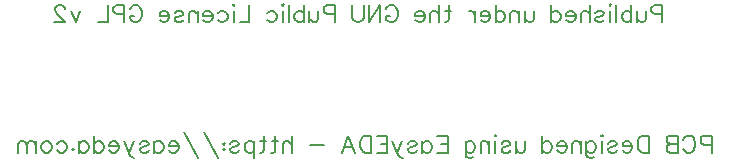
<source format=gbo>
G04 ---------------------------- Layer name :BOTTOM SILK LAYER*
G04 EasyEDA v5.3.14, Thu, 29 Mar 2018 20:23:58 GMT*
G04 Gerber Generator version 0.2*
G04 Scale: 100 percent, Rotated: No, Reflected: No *
G04 Dimensions in millimeters *
G04 leading zeros omitted , absolute positions ,3 integer and 3 decimal *
%FSLAX33Y33*%
%MOMM*%
G90*
G71D02*

%ADD20C,0.150114*%

%LPD*%
G54D20*
G01X61100Y29631D02*
G01X61100Y28200D01*
G01X61100Y29631D02*
G01X60486Y29631D01*
G01X60282Y29563D01*
G01X60213Y29495D01*
G01X60145Y29359D01*
G01X60145Y29154D01*
G01X60213Y29018D01*
G01X60282Y28950D01*
G01X60486Y28881D01*
G01X61100Y28881D01*
G01X59695Y29154D02*
G01X59695Y28472D01*
G01X59627Y28268D01*
G01X59491Y28200D01*
G01X59286Y28200D01*
G01X59150Y28268D01*
G01X58945Y28472D01*
G01X58945Y29154D02*
G01X58945Y28200D01*
G01X58495Y29631D02*
G01X58495Y28200D01*
G01X58495Y28950D02*
G01X58359Y29086D01*
G01X58222Y29154D01*
G01X58018Y29154D01*
G01X57882Y29086D01*
G01X57745Y28950D01*
G01X57677Y28745D01*
G01X57677Y28609D01*
G01X57745Y28404D01*
G01X57882Y28268D01*
G01X58018Y28200D01*
G01X58222Y28200D01*
G01X58359Y28268D01*
G01X58495Y28404D01*
G01X57227Y29631D02*
G01X57227Y28200D01*
G01X56777Y29631D02*
G01X56709Y29563D01*
G01X56641Y29631D01*
G01X56709Y29700D01*
G01X56777Y29631D01*
G01X56709Y29154D02*
G01X56709Y28200D01*
G01X55441Y28950D02*
G01X55509Y29086D01*
G01X55713Y29154D01*
G01X55918Y29154D01*
G01X56122Y29086D01*
G01X56191Y28950D01*
G01X56122Y28813D01*
G01X55986Y28745D01*
G01X55645Y28677D01*
G01X55509Y28609D01*
G01X55441Y28472D01*
G01X55441Y28404D01*
G01X55509Y28268D01*
G01X55713Y28200D01*
G01X55918Y28200D01*
G01X56122Y28268D01*
G01X56191Y28404D01*
G01X54991Y29631D02*
G01X54991Y28200D01*
G01X54991Y28881D02*
G01X54786Y29086D01*
G01X54650Y29154D01*
G01X54445Y29154D01*
G01X54309Y29086D01*
G01X54241Y28881D01*
G01X54241Y28200D01*
G01X53791Y28745D02*
G01X52972Y28745D01*
G01X52972Y28881D01*
G01X53041Y29018D01*
G01X53109Y29086D01*
G01X53245Y29154D01*
G01X53450Y29154D01*
G01X53586Y29086D01*
G01X53723Y28950D01*
G01X53791Y28745D01*
G01X53791Y28609D01*
G01X53723Y28404D01*
G01X53586Y28268D01*
G01X53450Y28200D01*
G01X53245Y28200D01*
G01X53109Y28268D01*
G01X52972Y28404D01*
G01X51704Y29631D02*
G01X51704Y28200D01*
G01X51704Y28950D02*
G01X51841Y29086D01*
G01X51977Y29154D01*
G01X52182Y29154D01*
G01X52318Y29086D01*
G01X52454Y28950D01*
G01X52522Y28745D01*
G01X52522Y28609D01*
G01X52454Y28404D01*
G01X52318Y28268D01*
G01X52182Y28200D01*
G01X51977Y28200D01*
G01X51841Y28268D01*
G01X51704Y28404D01*
G01X50204Y29154D02*
G01X50204Y28472D01*
G01X50136Y28268D01*
G01X50000Y28200D01*
G01X49795Y28200D01*
G01X49659Y28268D01*
G01X49454Y28472D01*
G01X49454Y29154D02*
G01X49454Y28200D01*
G01X49004Y29154D02*
G01X49004Y28200D01*
G01X49004Y28881D02*
G01X48800Y29086D01*
G01X48663Y29154D01*
G01X48459Y29154D01*
G01X48322Y29086D01*
G01X48254Y28881D01*
G01X48254Y28200D01*
G01X46986Y29631D02*
G01X46986Y28200D01*
G01X46986Y28950D02*
G01X47122Y29086D01*
G01X47259Y29154D01*
G01X47463Y29154D01*
G01X47600Y29086D01*
G01X47736Y28950D01*
G01X47804Y28745D01*
G01X47804Y28609D01*
G01X47736Y28404D01*
G01X47600Y28268D01*
G01X47463Y28200D01*
G01X47259Y28200D01*
G01X47122Y28268D01*
G01X46986Y28404D01*
G01X46536Y28745D02*
G01X45718Y28745D01*
G01X45718Y28881D01*
G01X45786Y29018D01*
G01X45854Y29086D01*
G01X45991Y29154D01*
G01X46195Y29154D01*
G01X46332Y29086D01*
G01X46468Y28950D01*
G01X46536Y28745D01*
G01X46536Y28609D01*
G01X46468Y28404D01*
G01X46332Y28268D01*
G01X46195Y28200D01*
G01X45991Y28200D01*
G01X45854Y28268D01*
G01X45718Y28404D01*
G01X45268Y29154D02*
G01X45268Y28200D01*
G01X45268Y28745D02*
G01X45200Y28950D01*
G01X45063Y29086D01*
G01X44927Y29154D01*
G01X44723Y29154D01*
G01X43018Y29631D02*
G01X43018Y28472D01*
G01X42950Y28268D01*
G01X42813Y28200D01*
G01X42677Y28200D01*
G01X43222Y29154D02*
G01X42745Y29154D01*
G01X42227Y29631D02*
G01X42227Y28200D01*
G01X42227Y28881D02*
G01X42023Y29086D01*
G01X41886Y29154D01*
G01X41682Y29154D01*
G01X41545Y29086D01*
G01X41477Y28881D01*
G01X41477Y28200D01*
G01X41027Y28745D02*
G01X40209Y28745D01*
G01X40209Y28881D01*
G01X40277Y29018D01*
G01X40345Y29086D01*
G01X40482Y29154D01*
G01X40686Y29154D01*
G01X40822Y29086D01*
G01X40959Y28950D01*
G01X41027Y28745D01*
G01X41027Y28609D01*
G01X40959Y28404D01*
G01X40822Y28268D01*
G01X40686Y28200D01*
G01X40482Y28200D01*
G01X40345Y28268D01*
G01X40209Y28404D01*
G01X37686Y29291D02*
G01X37754Y29427D01*
G01X37891Y29563D01*
G01X38027Y29631D01*
G01X38300Y29631D01*
G01X38436Y29563D01*
G01X38572Y29427D01*
G01X38641Y29291D01*
G01X38709Y29086D01*
G01X38709Y28745D01*
G01X38641Y28540D01*
G01X38572Y28404D01*
G01X38436Y28268D01*
G01X38300Y28200D01*
G01X38027Y28200D01*
G01X37891Y28268D01*
G01X37754Y28404D01*
G01X37686Y28540D01*
G01X37686Y28745D01*
G01X38027Y28745D02*
G01X37686Y28745D01*
G01X37236Y29631D02*
G01X37236Y28200D01*
G01X37236Y29631D02*
G01X36282Y28200D01*
G01X36282Y29631D02*
G01X36282Y28200D01*
G01X35832Y29631D02*
G01X35832Y28609D01*
G01X35763Y28404D01*
G01X35627Y28268D01*
G01X35423Y28200D01*
G01X35286Y28200D01*
G01X35081Y28268D01*
G01X34945Y28404D01*
G01X34877Y28609D01*
G01X34877Y29631D01*
G01X33377Y29631D02*
G01X33377Y28200D01*
G01X33377Y29631D02*
G01X32763Y29631D01*
G01X32559Y29563D01*
G01X32491Y29495D01*
G01X32423Y29359D01*
G01X32423Y29154D01*
G01X32491Y29018D01*
G01X32559Y28950D01*
G01X32763Y28881D01*
G01X33377Y28881D01*
G01X31973Y29154D02*
G01X31973Y28472D01*
G01X31904Y28268D01*
G01X31768Y28200D01*
G01X31563Y28200D01*
G01X31427Y28268D01*
G01X31222Y28472D01*
G01X31222Y29154D02*
G01X31222Y28200D01*
G01X30773Y29631D02*
G01X30773Y28200D01*
G01X30773Y28950D02*
G01X30636Y29086D01*
G01X30500Y29154D01*
G01X30295Y29154D01*
G01X30159Y29086D01*
G01X30023Y28950D01*
G01X29954Y28745D01*
G01X29954Y28609D01*
G01X30023Y28404D01*
G01X30159Y28268D01*
G01X30295Y28200D01*
G01X30500Y28200D01*
G01X30636Y28268D01*
G01X30773Y28404D01*
G01X29504Y29631D02*
G01X29504Y28200D01*
G01X29054Y29631D02*
G01X28986Y29563D01*
G01X28918Y29631D01*
G01X28986Y29700D01*
G01X29054Y29631D01*
G01X28986Y29154D02*
G01X28986Y28200D01*
G01X27650Y28950D02*
G01X27786Y29086D01*
G01X27922Y29154D01*
G01X28127Y29154D01*
G01X28263Y29086D01*
G01X28400Y28950D01*
G01X28468Y28745D01*
G01X28468Y28609D01*
G01X28400Y28404D01*
G01X28263Y28268D01*
G01X28127Y28200D01*
G01X27922Y28200D01*
G01X27786Y28268D01*
G01X27650Y28404D01*
G01X26150Y29631D02*
G01X26150Y28200D01*
G01X26150Y28200D02*
G01X25332Y28200D01*
G01X24882Y29631D02*
G01X24814Y29563D01*
G01X24745Y29631D01*
G01X24814Y29700D01*
G01X24882Y29631D01*
G01X24814Y29154D02*
G01X24814Y28200D01*
G01X23477Y28950D02*
G01X23613Y29086D01*
G01X23750Y29154D01*
G01X23954Y29154D01*
G01X24091Y29086D01*
G01X24227Y28950D01*
G01X24295Y28745D01*
G01X24295Y28609D01*
G01X24227Y28404D01*
G01X24091Y28268D01*
G01X23954Y28200D01*
G01X23750Y28200D01*
G01X23613Y28268D01*
G01X23477Y28404D01*
G01X23027Y28745D02*
G01X22209Y28745D01*
G01X22209Y28881D01*
G01X22277Y29018D01*
G01X22345Y29086D01*
G01X22482Y29154D01*
G01X22686Y29154D01*
G01X22822Y29086D01*
G01X22959Y28950D01*
G01X23027Y28745D01*
G01X23027Y28609D01*
G01X22959Y28404D01*
G01X22822Y28268D01*
G01X22686Y28200D01*
G01X22482Y28200D01*
G01X22345Y28268D01*
G01X22209Y28404D01*
G01X21759Y29154D02*
G01X21759Y28200D01*
G01X21759Y28881D02*
G01X21554Y29086D01*
G01X21418Y29154D01*
G01X21213Y29154D01*
G01X21077Y29086D01*
G01X21009Y28881D01*
G01X21009Y28200D01*
G01X19809Y28950D02*
G01X19877Y29086D01*
G01X20082Y29154D01*
G01X20286Y29154D01*
G01X20491Y29086D01*
G01X20559Y28950D01*
G01X20491Y28813D01*
G01X20354Y28745D01*
G01X20013Y28677D01*
G01X19877Y28609D01*
G01X19809Y28472D01*
G01X19809Y28404D01*
G01X19877Y28268D01*
G01X20082Y28200D01*
G01X20286Y28200D01*
G01X20491Y28268D01*
G01X20559Y28404D01*
G01X19359Y28745D02*
G01X18541Y28745D01*
G01X18541Y28881D01*
G01X18609Y29018D01*
G01X18677Y29086D01*
G01X18814Y29154D01*
G01X19018Y29154D01*
G01X19154Y29086D01*
G01X19291Y28950D01*
G01X19359Y28745D01*
G01X19359Y28609D01*
G01X19291Y28404D01*
G01X19154Y28268D01*
G01X19018Y28200D01*
G01X18814Y28200D01*
G01X18677Y28268D01*
G01X18541Y28404D01*
G01X16018Y29291D02*
G01X16086Y29427D01*
G01X16222Y29563D01*
G01X16359Y29631D01*
G01X16632Y29631D01*
G01X16768Y29563D01*
G01X16904Y29427D01*
G01X16973Y29291D01*
G01X17041Y29086D01*
G01X17041Y28745D01*
G01X16973Y28540D01*
G01X16904Y28404D01*
G01X16768Y28268D01*
G01X16632Y28200D01*
G01X16359Y28200D01*
G01X16222Y28268D01*
G01X16086Y28404D01*
G01X16018Y28540D01*
G01X16018Y28745D01*
G01X16359Y28745D02*
G01X16018Y28745D01*
G01X15568Y29631D02*
G01X15568Y28200D01*
G01X15568Y29631D02*
G01X14954Y29631D01*
G01X14750Y29563D01*
G01X14682Y29495D01*
G01X14613Y29359D01*
G01X14613Y29154D01*
G01X14682Y29018D01*
G01X14750Y28950D01*
G01X14954Y28881D01*
G01X15568Y28881D01*
G01X14164Y29631D02*
G01X14164Y28200D01*
G01X14164Y28200D02*
G01X13345Y28200D01*
G01X11845Y29154D02*
G01X11436Y28200D01*
G01X11027Y29154D02*
G01X11436Y28200D01*
G01X10509Y29291D02*
G01X10509Y29359D01*
G01X10441Y29495D01*
G01X10373Y29563D01*
G01X10236Y29631D01*
G01X9963Y29631D01*
G01X9827Y29563D01*
G01X9759Y29495D01*
G01X9691Y29359D01*
G01X9691Y29222D01*
G01X9759Y29086D01*
G01X9895Y28881D01*
G01X10577Y28200D01*
G01X9623Y28200D01*
G01X65298Y18588D02*
G01X65298Y17156D01*
G01X65298Y18588D02*
G01X64684Y18588D01*
G01X64479Y18519D01*
G01X64411Y18451D01*
G01X64343Y18315D01*
G01X64343Y18110D01*
G01X64411Y17974D01*
G01X64479Y17906D01*
G01X64684Y17838D01*
G01X65298Y17838D01*
G01X62870Y18247D02*
G01X62939Y18383D01*
G01X63075Y18519D01*
G01X63211Y18588D01*
G01X63484Y18588D01*
G01X63620Y18519D01*
G01X63757Y18383D01*
G01X63825Y18247D01*
G01X63893Y18042D01*
G01X63893Y17701D01*
G01X63825Y17497D01*
G01X63757Y17360D01*
G01X63620Y17224D01*
G01X63484Y17156D01*
G01X63211Y17156D01*
G01X63075Y17224D01*
G01X62939Y17360D01*
G01X62870Y17497D01*
G01X62420Y18588D02*
G01X62420Y17156D01*
G01X62420Y18588D02*
G01X61807Y18588D01*
G01X61602Y18519D01*
G01X61534Y18451D01*
G01X61466Y18315D01*
G01X61466Y18179D01*
G01X61534Y18042D01*
G01X61602Y17974D01*
G01X61807Y17906D01*
G01X62420Y17906D02*
G01X61807Y17906D01*
G01X61602Y17838D01*
G01X61534Y17769D01*
G01X61466Y17633D01*
G01X61466Y17429D01*
G01X61534Y17292D01*
G01X61602Y17224D01*
G01X61807Y17156D01*
G01X62420Y17156D01*
G01X59966Y18588D02*
G01X59966Y17156D01*
G01X59966Y18588D02*
G01X59489Y18588D01*
G01X59284Y18519D01*
G01X59148Y18383D01*
G01X59079Y18247D01*
G01X59011Y18042D01*
G01X59011Y17701D01*
G01X59079Y17497D01*
G01X59148Y17360D01*
G01X59284Y17224D01*
G01X59489Y17156D01*
G01X59966Y17156D01*
G01X58561Y17701D02*
G01X57743Y17701D01*
G01X57743Y17838D01*
G01X57811Y17974D01*
G01X57879Y18042D01*
G01X58016Y18110D01*
G01X58220Y18110D01*
G01X58357Y18042D01*
G01X58493Y17906D01*
G01X58561Y17701D01*
G01X58561Y17565D01*
G01X58493Y17360D01*
G01X58357Y17224D01*
G01X58220Y17156D01*
G01X58016Y17156D01*
G01X57879Y17224D01*
G01X57743Y17360D01*
G01X56543Y17906D02*
G01X56611Y18042D01*
G01X56816Y18110D01*
G01X57020Y18110D01*
G01X57225Y18042D01*
G01X57293Y17906D01*
G01X57225Y17769D01*
G01X57089Y17701D01*
G01X56748Y17633D01*
G01X56611Y17565D01*
G01X56543Y17429D01*
G01X56543Y17360D01*
G01X56611Y17224D01*
G01X56816Y17156D01*
G01X57020Y17156D01*
G01X57225Y17224D01*
G01X57293Y17360D01*
G01X56093Y18588D02*
G01X56025Y18519D01*
G01X55957Y18588D01*
G01X56025Y18656D01*
G01X56093Y18588D01*
G01X56025Y18110D02*
G01X56025Y17156D01*
G01X54689Y18110D02*
G01X54689Y17019D01*
G01X54757Y16815D01*
G01X54825Y16747D01*
G01X54961Y16679D01*
G01X55166Y16679D01*
G01X55302Y16747D01*
G01X54689Y17906D02*
G01X54825Y18042D01*
G01X54961Y18110D01*
G01X55166Y18110D01*
G01X55302Y18042D01*
G01X55439Y17906D01*
G01X55507Y17701D01*
G01X55507Y17565D01*
G01X55439Y17360D01*
G01X55302Y17224D01*
G01X55166Y17156D01*
G01X54961Y17156D01*
G01X54825Y17224D01*
G01X54689Y17360D01*
G01X54239Y18110D02*
G01X54239Y17156D01*
G01X54239Y17838D02*
G01X54034Y18042D01*
G01X53898Y18110D01*
G01X53693Y18110D01*
G01X53557Y18042D01*
G01X53489Y17838D01*
G01X53489Y17156D01*
G01X53039Y17701D02*
G01X52220Y17701D01*
G01X52220Y17838D01*
G01X52288Y17974D01*
G01X52357Y18042D01*
G01X52493Y18110D01*
G01X52698Y18110D01*
G01X52834Y18042D01*
G01X52970Y17906D01*
G01X53039Y17701D01*
G01X53039Y17565D01*
G01X52970Y17360D01*
G01X52834Y17224D01*
G01X52698Y17156D01*
G01X52493Y17156D01*
G01X52357Y17224D01*
G01X52220Y17360D01*
G01X50952Y18588D02*
G01X50952Y17156D01*
G01X50952Y17906D02*
G01X51089Y18042D01*
G01X51225Y18110D01*
G01X51429Y18110D01*
G01X51566Y18042D01*
G01X51702Y17906D01*
G01X51770Y17701D01*
G01X51770Y17565D01*
G01X51702Y17360D01*
G01X51566Y17224D01*
G01X51429Y17156D01*
G01X51225Y17156D01*
G01X51089Y17224D01*
G01X50952Y17360D01*
G01X49452Y18110D02*
G01X49452Y17429D01*
G01X49384Y17224D01*
G01X49248Y17156D01*
G01X49043Y17156D01*
G01X48907Y17224D01*
G01X48702Y17429D01*
G01X48702Y18110D02*
G01X48702Y17156D01*
G01X47502Y17906D02*
G01X47570Y18042D01*
G01X47775Y18110D01*
G01X47979Y18110D01*
G01X48184Y18042D01*
G01X48252Y17906D01*
G01X48184Y17769D01*
G01X48048Y17701D01*
G01X47707Y17633D01*
G01X47570Y17565D01*
G01X47502Y17429D01*
G01X47502Y17360D01*
G01X47570Y17224D01*
G01X47775Y17156D01*
G01X47979Y17156D01*
G01X48184Y17224D01*
G01X48252Y17360D01*
G01X47052Y18588D02*
G01X46984Y18519D01*
G01X46916Y18588D01*
G01X46984Y18656D01*
G01X47052Y18588D01*
G01X46984Y18110D02*
G01X46984Y17156D01*
G01X46466Y18110D02*
G01X46466Y17156D01*
G01X46466Y17838D02*
G01X46261Y18042D01*
G01X46125Y18110D01*
G01X45920Y18110D01*
G01X45784Y18042D01*
G01X45716Y17838D01*
G01X45716Y17156D01*
G01X44448Y18110D02*
G01X44448Y17019D01*
G01X44516Y16815D01*
G01X44584Y16747D01*
G01X44720Y16679D01*
G01X44925Y16679D01*
G01X45061Y16747D01*
G01X44448Y17906D02*
G01X44584Y18042D01*
G01X44720Y18110D01*
G01X44925Y18110D01*
G01X45061Y18042D01*
G01X45198Y17906D01*
G01X45266Y17701D01*
G01X45266Y17565D01*
G01X45198Y17360D01*
G01X45061Y17224D01*
G01X44925Y17156D01*
G01X44720Y17156D01*
G01X44584Y17224D01*
G01X44448Y17360D01*
G01X42948Y18588D02*
G01X42948Y17156D01*
G01X42948Y18588D02*
G01X42061Y18588D01*
G01X42948Y17906D02*
G01X42402Y17906D01*
G01X42948Y17156D02*
G01X42061Y17156D01*
G01X40793Y18110D02*
G01X40793Y17156D01*
G01X40793Y17906D02*
G01X40929Y18042D01*
G01X41066Y18110D01*
G01X41270Y18110D01*
G01X41407Y18042D01*
G01X41543Y17906D01*
G01X41611Y17701D01*
G01X41611Y17565D01*
G01X41543Y17360D01*
G01X41407Y17224D01*
G01X41270Y17156D01*
G01X41066Y17156D01*
G01X40929Y17224D01*
G01X40793Y17360D01*
G01X39593Y17906D02*
G01X39661Y18042D01*
G01X39866Y18110D01*
G01X40070Y18110D01*
G01X40275Y18042D01*
G01X40343Y17906D01*
G01X40275Y17769D01*
G01X40139Y17701D01*
G01X39798Y17633D01*
G01X39661Y17565D01*
G01X39593Y17429D01*
G01X39593Y17360D01*
G01X39661Y17224D01*
G01X39866Y17156D01*
G01X40070Y17156D01*
G01X40275Y17224D01*
G01X40343Y17360D01*
G01X39075Y18110D02*
G01X38666Y17156D01*
G01X38257Y18110D02*
G01X38666Y17156D01*
G01X38802Y16883D01*
G01X38939Y16747D01*
G01X39075Y16679D01*
G01X39143Y16679D01*
G01X37807Y18588D02*
G01X37807Y17156D01*
G01X37807Y18588D02*
G01X36920Y18588D01*
G01X37807Y17906D02*
G01X37261Y17906D01*
G01X37807Y17156D02*
G01X36920Y17156D01*
G01X36470Y18588D02*
G01X36470Y17156D01*
G01X36470Y18588D02*
G01X35993Y18588D01*
G01X35789Y18519D01*
G01X35652Y18383D01*
G01X35584Y18247D01*
G01X35516Y18042D01*
G01X35516Y17701D01*
G01X35584Y17497D01*
G01X35652Y17360D01*
G01X35789Y17224D01*
G01X35993Y17156D01*
G01X36470Y17156D01*
G01X34520Y18588D02*
G01X35066Y17156D01*
G01X34520Y18588D02*
G01X33975Y17156D01*
G01X34861Y17633D02*
G01X34179Y17633D01*
G01X32475Y17769D02*
G01X31248Y17769D01*
G01X29748Y18588D02*
G01X29748Y17156D01*
G01X29748Y17838D02*
G01X29543Y18042D01*
G01X29407Y18110D01*
G01X29202Y18110D01*
G01X29066Y18042D01*
G01X28998Y17838D01*
G01X28998Y17156D01*
G01X28343Y18588D02*
G01X28343Y17429D01*
G01X28275Y17224D01*
G01X28139Y17156D01*
G01X28002Y17156D01*
G01X28548Y18110D02*
G01X28070Y18110D01*
G01X27348Y18588D02*
G01X27348Y17429D01*
G01X27280Y17224D01*
G01X27143Y17156D01*
G01X27007Y17156D01*
G01X27552Y18110D02*
G01X27075Y18110D01*
G01X26557Y18110D02*
G01X26557Y16679D01*
G01X26557Y17906D02*
G01X26420Y18042D01*
G01X26284Y18110D01*
G01X26080Y18110D01*
G01X25943Y18042D01*
G01X25807Y17906D01*
G01X25739Y17701D01*
G01X25739Y17565D01*
G01X25807Y17360D01*
G01X25943Y17224D01*
G01X26080Y17156D01*
G01X26284Y17156D01*
G01X26420Y17224D01*
G01X26557Y17360D01*
G01X24539Y17906D02*
G01X24607Y18042D01*
G01X24811Y18110D01*
G01X25016Y18110D01*
G01X25220Y18042D01*
G01X25289Y17906D01*
G01X25220Y17769D01*
G01X25084Y17701D01*
G01X24743Y17633D01*
G01X24607Y17565D01*
G01X24539Y17429D01*
G01X24539Y17360D01*
G01X24607Y17224D01*
G01X24811Y17156D01*
G01X25016Y17156D01*
G01X25220Y17224D01*
G01X25289Y17360D01*
G01X24020Y17974D02*
G01X24089Y17906D01*
G01X24020Y17838D01*
G01X23952Y17906D01*
G01X24020Y17974D01*
G01X24020Y17497D02*
G01X24089Y17429D01*
G01X24020Y17360D01*
G01X23952Y17429D01*
G01X24020Y17497D01*
G01X22275Y18860D02*
G01X23502Y16679D01*
G01X20598Y18860D02*
G01X21825Y16679D01*
G01X20148Y17701D02*
G01X19329Y17701D01*
G01X19329Y17838D01*
G01X19398Y17974D01*
G01X19466Y18042D01*
G01X19602Y18110D01*
G01X19807Y18110D01*
G01X19943Y18042D01*
G01X20080Y17906D01*
G01X20148Y17701D01*
G01X20148Y17565D01*
G01X20080Y17360D01*
G01X19943Y17224D01*
G01X19807Y17156D01*
G01X19602Y17156D01*
G01X19466Y17224D01*
G01X19329Y17360D01*
G01X18061Y18110D02*
G01X18061Y17156D01*
G01X18061Y17906D02*
G01X18198Y18042D01*
G01X18334Y18110D01*
G01X18539Y18110D01*
G01X18675Y18042D01*
G01X18811Y17906D01*
G01X18880Y17701D01*
G01X18880Y17565D01*
G01X18811Y17360D01*
G01X18675Y17224D01*
G01X18539Y17156D01*
G01X18334Y17156D01*
G01X18198Y17224D01*
G01X18061Y17360D01*
G01X16861Y17906D02*
G01X16930Y18042D01*
G01X17134Y18110D01*
G01X17339Y18110D01*
G01X17543Y18042D01*
G01X17611Y17906D01*
G01X17543Y17769D01*
G01X17407Y17701D01*
G01X17066Y17633D01*
G01X16930Y17565D01*
G01X16861Y17429D01*
G01X16861Y17360D01*
G01X16930Y17224D01*
G01X17134Y17156D01*
G01X17339Y17156D01*
G01X17543Y17224D01*
G01X17611Y17360D01*
G01X16343Y18110D02*
G01X15934Y17156D01*
G01X15525Y18110D02*
G01X15934Y17156D01*
G01X16070Y16883D01*
G01X16207Y16747D01*
G01X16343Y16679D01*
G01X16411Y16679D01*
G01X15075Y17701D02*
G01X14257Y17701D01*
G01X14257Y17838D01*
G01X14325Y17974D01*
G01X14393Y18042D01*
G01X14530Y18110D01*
G01X14734Y18110D01*
G01X14870Y18042D01*
G01X15007Y17906D01*
G01X15075Y17701D01*
G01X15075Y17565D01*
G01X15007Y17360D01*
G01X14870Y17224D01*
G01X14734Y17156D01*
G01X14530Y17156D01*
G01X14393Y17224D01*
G01X14257Y17360D01*
G01X12989Y18588D02*
G01X12989Y17156D01*
G01X12989Y17906D02*
G01X13125Y18042D01*
G01X13261Y18110D01*
G01X13466Y18110D01*
G01X13602Y18042D01*
G01X13739Y17906D01*
G01X13807Y17701D01*
G01X13807Y17565D01*
G01X13739Y17360D01*
G01X13602Y17224D01*
G01X13466Y17156D01*
G01X13261Y17156D01*
G01X13125Y17224D01*
G01X12989Y17360D01*
G01X11720Y18110D02*
G01X11720Y17156D01*
G01X11720Y17906D02*
G01X11857Y18042D01*
G01X11993Y18110D01*
G01X12198Y18110D01*
G01X12334Y18042D01*
G01X12470Y17906D01*
G01X12539Y17701D01*
G01X12539Y17565D01*
G01X12470Y17360D01*
G01X12334Y17224D01*
G01X12198Y17156D01*
G01X11993Y17156D01*
G01X11857Y17224D01*
G01X11720Y17360D01*
G01X11202Y17497D02*
G01X11270Y17429D01*
G01X11202Y17360D01*
G01X11134Y17429D01*
G01X11202Y17497D01*
G01X9866Y17906D02*
G01X10002Y18042D01*
G01X10139Y18110D01*
G01X10343Y18110D01*
G01X10480Y18042D01*
G01X10616Y17906D01*
G01X10684Y17701D01*
G01X10684Y17565D01*
G01X10616Y17360D01*
G01X10480Y17224D01*
G01X10343Y17156D01*
G01X10139Y17156D01*
G01X10002Y17224D01*
G01X9866Y17360D01*
G01X9075Y18110D02*
G01X9211Y18042D01*
G01X9348Y17906D01*
G01X9416Y17701D01*
G01X9416Y17565D01*
G01X9348Y17360D01*
G01X9211Y17224D01*
G01X9075Y17156D01*
G01X8870Y17156D01*
G01X8734Y17224D01*
G01X8598Y17360D01*
G01X8530Y17565D01*
G01X8530Y17701D01*
G01X8598Y17906D01*
G01X8734Y18042D01*
G01X8870Y18110D01*
G01X9075Y18110D01*
G01X8080Y18110D02*
G01X8080Y17156D01*
G01X8080Y17838D02*
G01X7875Y18042D01*
G01X7739Y18110D01*
G01X7534Y18110D01*
G01X7398Y18042D01*
G01X7330Y17838D01*
G01X7330Y17156D01*
G01X7330Y17838D02*
G01X7125Y18042D01*
G01X6989Y18110D01*
G01X6784Y18110D01*
G01X6648Y18042D01*
G01X6580Y17838D01*
G01X6580Y17156D01*
M00*
M02*

</source>
